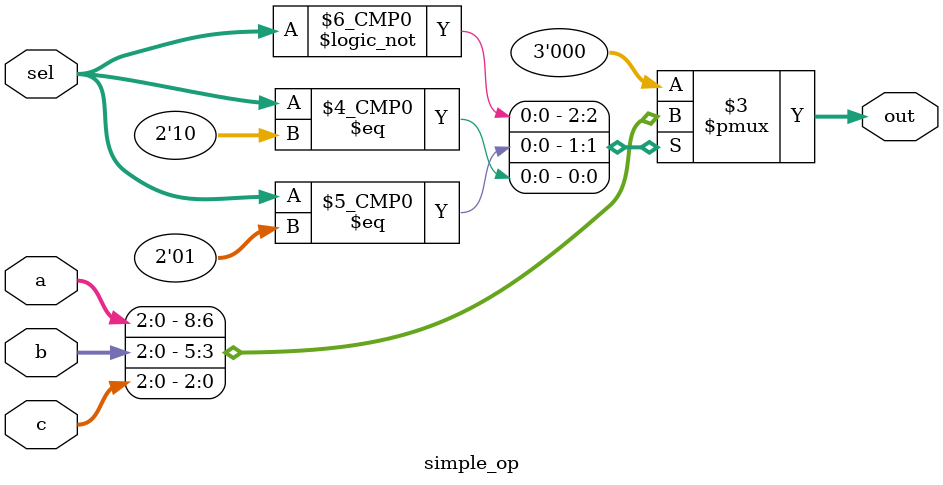
<source format=v>
module simple_op(a,b,c,sel,out);
    input [2:0] a,b,c;
    input [1:0] sel;
    output reg [2:0] out;
	
	
always @(*)
begin
    case(sel)
        2'b00   :   out = a;
        2'b01   :   out = b;
        2'b10   :   out = c;
        default :   out = 0;
    endcase
end 
endmodule 
</source>
